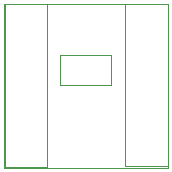
<source format=gbr>
G04 #@! TF.GenerationSoftware,KiCad,Pcbnew,(5.1.5-0-10_14)*
G04 #@! TF.CreationDate,2020-04-28T22:37:27-06:00*
G04 #@! TF.ProjectId,SSOP4-Breakout,53534f50-342d-4427-9265-616b6f75742e,rev?*
G04 #@! TF.SameCoordinates,Original*
G04 #@! TF.FileFunction,Other,User*
%FSLAX46Y46*%
G04 Gerber Fmt 4.6, Leading zero omitted, Abs format (unit mm)*
G04 Created by KiCad (PCBNEW (5.1.5-0-10_14)) date 2020-04-28 22:37:27*
%MOMM*%
%LPD*%
G04 APERTURE LIST*
%ADD10C,0.050000*%
G04 APERTURE END LIST*
D10*
X24892000Y-25908000D02*
X25908000Y-25908000D01*
X25908000Y-12065000D02*
X24892000Y-12065000D01*
X24892000Y-12065000D02*
X12065000Y-12065000D01*
X25908000Y-25908000D02*
X25908000Y-12065000D01*
X12065000Y-25908000D02*
X24892000Y-25908000D01*
X12065000Y-12065000D02*
X12065000Y-25908000D01*
X16743000Y-16353000D02*
X21103000Y-16353000D01*
X21103000Y-16353000D02*
X21103000Y-18953000D01*
X21103000Y-18953000D02*
X16743000Y-18953000D01*
X16743000Y-18953000D02*
X16743000Y-16353000D01*
X22279200Y-25803000D02*
X25879200Y-25803000D01*
X22279200Y-12053000D02*
X22279200Y-25803000D01*
X25879200Y-12053000D02*
X22279200Y-12053000D01*
X25879200Y-25803000D02*
X25879200Y-12053000D01*
X15690001Y-12090001D02*
X12090001Y-12090001D01*
X15690001Y-25840001D02*
X15690001Y-12090001D01*
X12090001Y-25840001D02*
X15690001Y-25840001D01*
X12090001Y-12090001D02*
X12090001Y-25840001D01*
M02*

</source>
